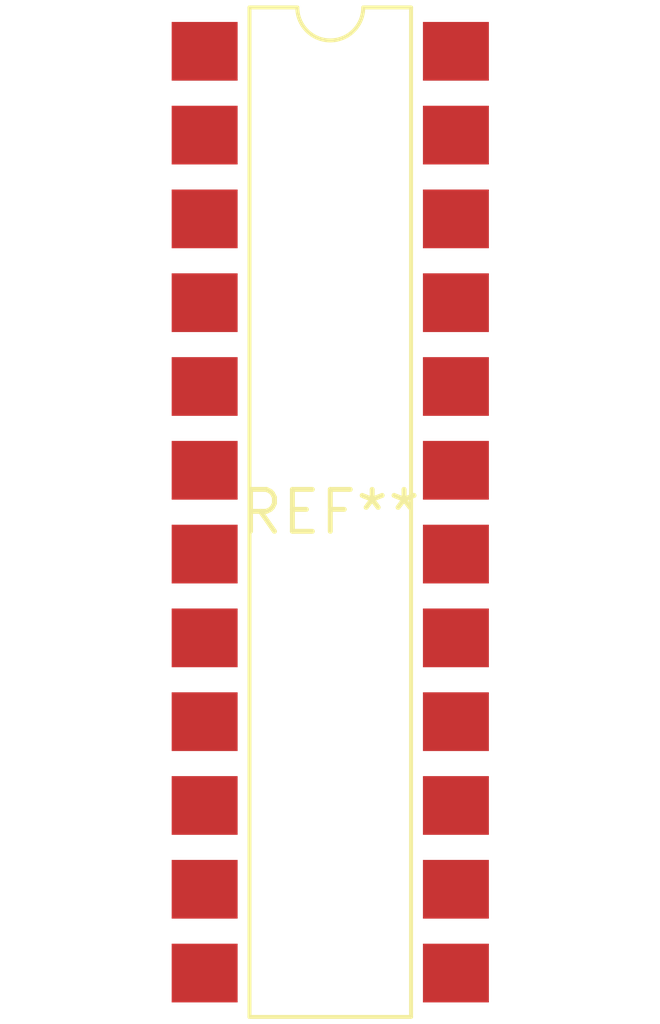
<source format=kicad_pcb>
(kicad_pcb (version 20240108) (generator pcbnew)
  (layers (0 "F.Cu" signal) (31 "B.Cu" signal) (34 "B.Paste" user) (35 "F.Paste" user) (36 "B.SilkS" user "B.Silkscreen") (37 "F.SilkS" user "F.Silkscreen") (38 "B.Mask" user) (39 "F.Mask" user) (44 "Edge.Cuts" user))
  (net 0 "")
  (footprint "SMDIP-24_W7.62mm" (layer "F.Cu") (at 0 0)
    (property "Reference" "REF**")
    (property "Value" "SMDIP-24_W7.62mm")
    (fp_line (start -2.45 -15.3) (end -2.45 15.3) (layer "F.SilkS") (stroke (width 0.12)))
    (fp_line (start -2.45 15.3) (end 2.45 15.3) (layer "F.SilkS") (stroke (width 0.12)))
    (fp_line (start -1 -15.3) (end -2.45 -15.3) (layer "F.SilkS") (stroke (width 0.12)))
    (fp_line (start 2.45 -15.3) (end 1 -15.3) (layer "F.SilkS") (stroke (width 0.12)))
    (fp_line (start 2.45 15.3) (end 2.45 -15.3) (layer "F.SilkS") (stroke (width 0.12)))
    (fp_arc (start 1 -15.3) (mid 0 -14.3) (end -1 -15.3) (layer "F.SilkS") (stroke (width 0.12)))
    (pad "1" smd rect (at -3.81 -13.97) (size 2 1.78) (layers "F.Cu" "F.Paste" "F.Mask"))
    (pad "2" smd rect (at -3.81 -11.43) (size 2 1.78) (layers "F.Cu" "F.Paste" "F.Mask"))
    (pad "3" smd rect (at -3.81 -8.89) (size 2 1.78) (layers "F.Cu" "F.Paste" "F.Mask"))
    (pad "4" smd rect (at -3.81 -6.35) (size 2 1.78) (layers "F.Cu" "F.Paste" "F.Mask"))
    (pad "5" smd rect (at -3.81 -3.81) (size 2 1.78) (layers "F.Cu" "F.Paste" "F.Mask"))
    (pad "6" smd rect (at -3.81 -1.27) (size 2 1.78) (layers "F.Cu" "F.Paste" "F.Mask"))
    (pad "7" smd rect (at -3.81 1.27) (size 2 1.78) (layers "F.Cu" "F.Paste" "F.Mask"))
    (pad "8" smd rect (at -3.81 3.81) (size 2 1.78) (layers "F.Cu" "F.Paste" "F.Mask"))
    (pad "9" smd rect (at -3.81 6.35) (size 2 1.78) (layers "F.Cu" "F.Paste" "F.Mask"))
    (pad "10" smd rect (at -3.81 8.89) (size 2 1.78) (layers "F.Cu" "F.Paste" "F.Mask"))
    (pad "11" smd rect (at -3.81 11.43) (size 2 1.78) (layers "F.Cu" "F.Paste" "F.Mask"))
    (pad "12" smd rect (at -3.81 13.97) (size 2 1.78) (layers "F.Cu" "F.Paste" "F.Mask"))
    (pad "13" smd rect (at 3.81 13.97) (size 2 1.78) (layers "F.Cu" "F.Paste" "F.Mask"))
    (pad "14" smd rect (at 3.81 11.43) (size 2 1.78) (layers "F.Cu" "F.Paste" "F.Mask"))
    (pad "15" smd rect (at 3.81 8.89) (size 2 1.78) (layers "F.Cu" "F.Paste" "F.Mask"))
    (pad "16" smd rect (at 3.81 6.35) (size 2 1.78) (layers "F.Cu" "F.Paste" "F.Mask"))
    (pad "17" smd rect (at 3.81 3.81) (size 2 1.78) (layers "F.Cu" "F.Paste" "F.Mask"))
    (pad "18" smd rect (at 3.81 1.27) (size 2 1.78) (layers "F.Cu" "F.Paste" "F.Mask"))
    (pad "19" smd rect (at 3.81 -1.27) (size 2 1.78) (layers "F.Cu" "F.Paste" "F.Mask"))
    (pad "20" smd rect (at 3.81 -3.81) (size 2 1.78) (layers "F.Cu" "F.Paste" "F.Mask"))
    (pad "21" smd rect (at 3.81 -6.35) (size 2 1.78) (layers "F.Cu" "F.Paste" "F.Mask"))
    (pad "22" smd rect (at 3.81 -8.89) (size 2 1.78) (layers "F.Cu" "F.Paste" "F.Mask"))
    (pad "23" smd rect (at 3.81 -11.43) (size 2 1.78) (layers "F.Cu" "F.Paste" "F.Mask"))
    (pad "24" smd rect (at 3.81 -13.97) (size 2 1.78) (layers "F.Cu" "F.Paste" "F.Mask"))
  )
)
</source>
